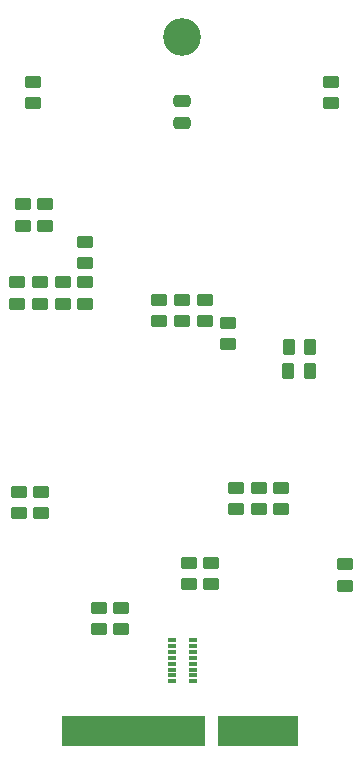
<source format=gbs>
%TF.GenerationSoftware,KiCad,Pcbnew,8.0.1-rc1*%
%TF.CreationDate,2024-08-22T21:46:20-04:00*%
%TF.ProjectId,SoM_V2,536f4d5f-5632-42e6-9b69-6361645f7063,rev?*%
%TF.SameCoordinates,Original*%
%TF.FileFunction,Soldermask,Bot*%
%TF.FilePolarity,Negative*%
%FSLAX46Y46*%
G04 Gerber Fmt 4.6, Leading zero omitted, Abs format (unit mm)*
G04 Created by KiCad (PCBNEW 8.0.1-rc1) date 2024-08-22 21:46:20*
%MOMM*%
%LPD*%
G01*
G04 APERTURE LIST*
G04 Aperture macros list*
%AMRoundRect*
0 Rectangle with rounded corners*
0 $1 Rounding radius*
0 $2 $3 $4 $5 $6 $7 $8 $9 X,Y pos of 4 corners*
0 Add a 4 corners polygon primitive as box body*
4,1,4,$2,$3,$4,$5,$6,$7,$8,$9,$2,$3,0*
0 Add four circle primitives for the rounded corners*
1,1,$1+$1,$2,$3*
1,1,$1+$1,$4,$5*
1,1,$1+$1,$6,$7*
1,1,$1+$1,$8,$9*
0 Add four rect primitives between the rounded corners*
20,1,$1+$1,$2,$3,$4,$5,0*
20,1,$1+$1,$4,$5,$6,$7,0*
20,1,$1+$1,$6,$7,$8,$9,0*
20,1,$1+$1,$8,$9,$2,$3,0*%
G04 Aperture macros list end*
%ADD10C,0.100000*%
%ADD11C,3.200000*%
%ADD12RoundRect,0.250000X-0.450000X0.262500X-0.450000X-0.262500X0.450000X-0.262500X0.450000X0.262500X0*%
%ADD13R,0.800000X0.300000*%
%ADD14RoundRect,0.250000X0.450000X-0.262500X0.450000X0.262500X-0.450000X0.262500X-0.450000X-0.262500X0*%
%ADD15RoundRect,0.250000X0.262500X0.450000X-0.262500X0.450000X-0.262500X-0.450000X0.262500X-0.450000X0*%
%ADD16RoundRect,0.250000X0.475000X-0.250000X0.475000X0.250000X-0.475000X0.250000X-0.475000X-0.250000X0*%
G04 APERTURE END LIST*
D10*
%TO.C,J201*%
X137825000Y-139075000D02*
X125875000Y-139075000D01*
X125875000Y-136575000D01*
X137825000Y-136575000D01*
X137825000Y-139075000D01*
G36*
X137825000Y-139075000D02*
G01*
X125875000Y-139075000D01*
X125875000Y-136575000D01*
X137825000Y-136575000D01*
X137825000Y-139075000D01*
G37*
X145725000Y-139075000D02*
X139025000Y-139075000D01*
X139025000Y-136575000D01*
X145725000Y-136575000D01*
X145725000Y-139075000D01*
G36*
X145725000Y-139075000D02*
G01*
X139025000Y-139075000D01*
X139025000Y-136575000D01*
X145725000Y-136575000D01*
X145725000Y-139075000D01*
G37*
%TD*%
D11*
%TO.C,REF\u002A\u002A*%
X136000000Y-79075000D03*
%TD*%
D12*
%TO.C,R302*%
X144400000Y-117265000D03*
X144400000Y-119090000D03*
%TD*%
%TO.C,C501*%
X122020000Y-99867500D03*
X122020000Y-101692500D03*
%TD*%
%TO.C,C301*%
X138475000Y-123637500D03*
X138475000Y-125462500D03*
%TD*%
D13*
%TO.C,RN301*%
X136930000Y-130170000D03*
X136930000Y-130670000D03*
X136930000Y-131170000D03*
X136930000Y-131670000D03*
X136930000Y-132170000D03*
X136930000Y-132670000D03*
X136930000Y-133170000D03*
X136930000Y-133670000D03*
X135130000Y-133670000D03*
X135130000Y-133170000D03*
X135130000Y-132670000D03*
X135130000Y-132170000D03*
X135130000Y-131670000D03*
X135130000Y-131170000D03*
X135130000Y-130670000D03*
X135130000Y-130170000D03*
%TD*%
D12*
%TO.C,R303*%
X140600000Y-117265000D03*
X140600000Y-119090000D03*
%TD*%
%TO.C,R601*%
X139890000Y-103287500D03*
X139890000Y-105112500D03*
%TD*%
D14*
%TO.C,C401*%
X128950000Y-129262500D03*
X128950000Y-127437500D03*
%TD*%
D12*
%TO.C,C403*%
X124100000Y-117612500D03*
X124100000Y-119437500D03*
%TD*%
D15*
%TO.C,R316*%
X146837500Y-107425000D03*
X145012500Y-107425000D03*
%TD*%
D12*
%TO.C,C310*%
X149820000Y-123747500D03*
X149820000Y-125572500D03*
%TD*%
%TO.C,R502*%
X125890000Y-99867500D03*
X125890000Y-101692500D03*
%TD*%
%TO.C,C502*%
X123940000Y-99867500D03*
X123940000Y-101692500D03*
%TD*%
D15*
%TO.C,R313*%
X146862500Y-105350000D03*
X145037500Y-105350000D03*
%TD*%
D14*
%TO.C,C402*%
X130850000Y-129262500D03*
X130850000Y-127437500D03*
%TD*%
%TO.C,C605*%
X124430000Y-95102500D03*
X124430000Y-93277500D03*
%TD*%
D12*
%TO.C,C404*%
X122200000Y-117612500D03*
X122200000Y-119437500D03*
%TD*%
D14*
%TO.C,C601*%
X136010000Y-103172500D03*
X136010000Y-101347500D03*
%TD*%
D12*
%TO.C,R301*%
X142500000Y-117265000D03*
X142500000Y-119090000D03*
%TD*%
D14*
%TO.C,C603*%
X137960000Y-103165000D03*
X137960000Y-101340000D03*
%TD*%
%TO.C,C607*%
X123400000Y-84712500D03*
X123400000Y-82887500D03*
%TD*%
%TO.C,C604*%
X122520000Y-95112500D03*
X122520000Y-93287500D03*
%TD*%
%TO.C,C606*%
X148590000Y-84712500D03*
X148590000Y-82887500D03*
%TD*%
%TO.C,C602*%
X134090000Y-103165000D03*
X134090000Y-101340000D03*
%TD*%
D12*
%TO.C,R501*%
X127790000Y-99867500D03*
X127790000Y-101692500D03*
%TD*%
%TO.C,C302*%
X136550000Y-123637500D03*
X136550000Y-125462500D03*
%TD*%
D14*
%TO.C,R304*%
X127790000Y-98280000D03*
X127790000Y-96455000D03*
%TD*%
D16*
%TO.C,C503*%
X135980000Y-86410000D03*
X135980000Y-84510000D03*
%TD*%
M02*

</source>
